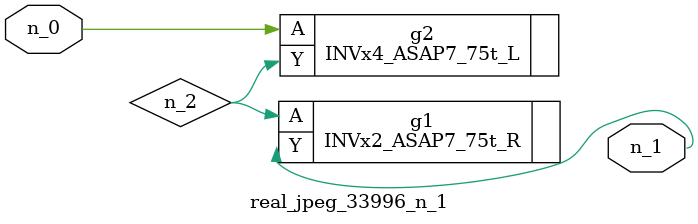
<source format=v>
module real_jpeg_33996_n_1 (n_0, n_1);

input n_0;

output n_1;

wire n_2;

INVx4_ASAP7_75t_L g2 ( 
.A(n_0),
.Y(n_2)
);

INVx2_ASAP7_75t_R g1 ( 
.A(n_2),
.Y(n_1)
);


endmodule
</source>
